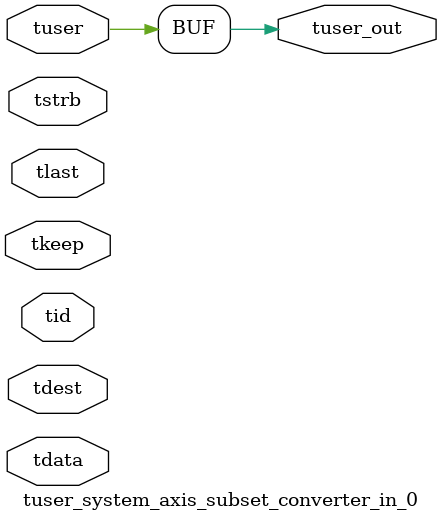
<source format=v>


`timescale 1ps/1ps

module tuser_system_axis_subset_converter_in_0 #
(
parameter C_S_AXIS_TUSER_WIDTH = 1,
parameter C_S_AXIS_TDATA_WIDTH = 32,
parameter C_S_AXIS_TID_WIDTH   = 0,
parameter C_S_AXIS_TDEST_WIDTH = 0,
parameter C_M_AXIS_TUSER_WIDTH = 1
)
(
input  [(C_S_AXIS_TUSER_WIDTH == 0 ? 1 : C_S_AXIS_TUSER_WIDTH)-1:0     ] tuser,
input  [(C_S_AXIS_TDATA_WIDTH == 0 ? 1 : C_S_AXIS_TDATA_WIDTH)-1:0     ] tdata,
input  [(C_S_AXIS_TID_WIDTH   == 0 ? 1 : C_S_AXIS_TID_WIDTH)-1:0       ] tid,
input  [(C_S_AXIS_TDEST_WIDTH == 0 ? 1 : C_S_AXIS_TDEST_WIDTH)-1:0     ] tdest,
input  [(C_S_AXIS_TDATA_WIDTH/8)-1:0 ] tkeep,
input  [(C_S_AXIS_TDATA_WIDTH/8)-1:0 ] tstrb,
input                                                                    tlast,
output [C_M_AXIS_TUSER_WIDTH-1:0] tuser_out
);

assign tuser_out = {tuser[0:0]};

endmodule


</source>
